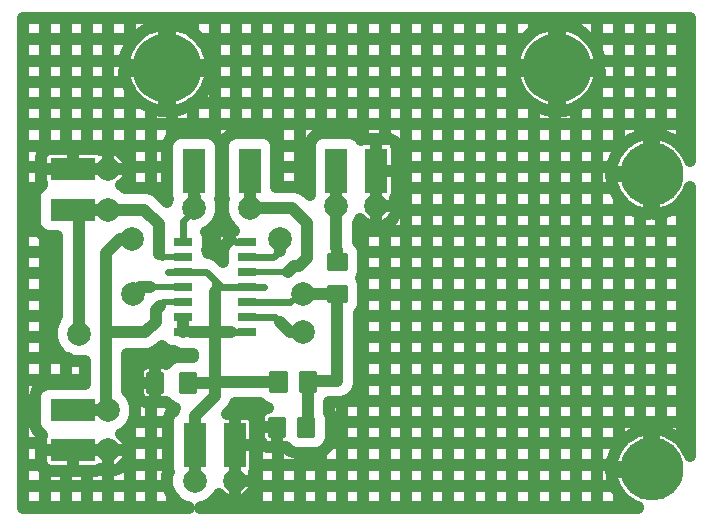
<source format=gbr>
G04 EAGLE Gerber RS-274X export*
G75*
%MOMM*%
%FSLAX34Y34*%
%LPD*%
%INTop Copper*%
%IPPOS*%
%AMOC8*
5,1,8,0,0,1.08239X$1,22.5*%
G01*
%ADD10C,0.300000*%
%ADD11R,1.525000X0.650000*%
%ADD12R,1.930400X3.810000*%
%ADD13C,2.000000*%
%ADD14C,5.842000*%
%ADD15R,3.810000X1.930400*%
%ADD16C,5.334000*%
%ADD17C,1.000000*%
%ADD18C,0.609600*%
%ADD19C,0.508000*%
%ADD20C,1.016000*%


D10*
X276500Y219870D02*
X276500Y231870D01*
X291500Y231870D01*
X291500Y219870D01*
X276500Y219870D01*
X276500Y222720D02*
X291500Y222720D01*
X291500Y225570D02*
X276500Y225570D01*
X276500Y228420D02*
X291500Y228420D01*
X291500Y231270D02*
X276500Y231270D01*
X276500Y204330D02*
X276500Y192330D01*
X276500Y204330D02*
X291500Y204330D01*
X291500Y192330D01*
X276500Y192330D01*
X276500Y195180D02*
X291500Y195180D01*
X291500Y198030D02*
X276500Y198030D01*
X276500Y200880D02*
X291500Y200880D01*
X291500Y203730D02*
X276500Y203730D01*
X163370Y130800D02*
X151370Y130800D01*
X163370Y130800D02*
X163370Y115800D01*
X151370Y115800D01*
X151370Y130800D01*
X151370Y118650D02*
X163370Y118650D01*
X163370Y121500D02*
X151370Y121500D01*
X151370Y124350D02*
X163370Y124350D01*
X163370Y127200D02*
X151370Y127200D01*
X151370Y130050D02*
X163370Y130050D01*
X135830Y130800D02*
X123830Y130800D01*
X135830Y130800D02*
X135830Y115800D01*
X123830Y115800D01*
X123830Y130800D01*
X123830Y118650D02*
X135830Y118650D01*
X135830Y121500D02*
X123830Y121500D01*
X123830Y124350D02*
X135830Y124350D01*
X135830Y127200D02*
X123830Y127200D01*
X123830Y130050D02*
X135830Y130050D01*
D11*
X207620Y166100D03*
X207620Y178800D03*
X207620Y191500D03*
X207620Y204200D03*
X207620Y216900D03*
X207620Y229600D03*
X207620Y242300D03*
X153380Y242300D03*
X153380Y229600D03*
X153380Y216900D03*
X153380Y204200D03*
X153380Y191500D03*
X153380Y178800D03*
X153380Y166100D03*
D12*
X317000Y303000D03*
X283000Y303000D03*
D13*
X317000Y273000D03*
X283000Y273000D03*
D10*
X265125Y131500D02*
X253125Y131500D01*
X265125Y131500D02*
X265125Y116500D01*
X253125Y116500D01*
X253125Y131500D01*
X253125Y119350D02*
X265125Y119350D01*
X265125Y122200D02*
X253125Y122200D01*
X253125Y125050D02*
X265125Y125050D01*
X265125Y127900D02*
X253125Y127900D01*
X253125Y130750D02*
X265125Y130750D01*
X240075Y131500D02*
X228075Y131500D01*
X240075Y131500D02*
X240075Y116500D01*
X228075Y116500D01*
X228075Y131500D01*
X228075Y119350D02*
X240075Y119350D01*
X240075Y122200D02*
X228075Y122200D01*
X228075Y125050D02*
X240075Y125050D01*
X240075Y127900D02*
X228075Y127900D01*
X228075Y130750D02*
X240075Y130750D01*
X238575Y78000D02*
X226575Y78000D01*
X226575Y93000D01*
X238575Y93000D01*
X238575Y78000D01*
X238575Y80850D02*
X226575Y80850D01*
X226575Y83700D02*
X238575Y83700D01*
X238575Y86550D02*
X226575Y86550D01*
X226575Y89400D02*
X238575Y89400D01*
X238575Y92250D02*
X226575Y92250D01*
X251625Y78000D02*
X263625Y78000D01*
X251625Y78000D02*
X251625Y93000D01*
X263625Y93000D01*
X263625Y78000D01*
X263625Y80850D02*
X251625Y80850D01*
X251625Y83700D02*
X263625Y83700D01*
X263625Y86550D02*
X251625Y86550D01*
X251625Y89400D02*
X263625Y89400D01*
X263625Y92250D02*
X251625Y92250D01*
D12*
X209700Y303000D03*
D13*
X209700Y271370D03*
D12*
X162600Y303000D03*
D13*
X162600Y271370D03*
D14*
X470000Y390000D03*
X140000Y390000D03*
D12*
X197000Y70500D03*
X163000Y70500D03*
D13*
X197000Y40500D03*
X163000Y40500D03*
D15*
X60000Y304000D03*
X60000Y270000D03*
D13*
X90000Y304000D03*
X90000Y270000D03*
D15*
X60000Y100000D03*
X60000Y66000D03*
D13*
X90000Y100000D03*
X90000Y66000D03*
D16*
X550000Y50000D03*
X550000Y300000D03*
D17*
X197000Y70500D02*
X197000Y58040D01*
X197000Y70500D02*
X197000Y70500D01*
X197000Y40500D01*
X197000Y40500D01*
X197000Y58040D01*
X317000Y290540D02*
X317000Y303000D01*
X317000Y303000D01*
X317000Y273000D01*
X317000Y273000D01*
X317000Y290540D01*
X72460Y304000D02*
X60000Y304000D01*
X60000Y304000D01*
X90000Y304000D01*
X90000Y304000D01*
X72460Y304000D01*
X60000Y48808D02*
X40207Y48808D01*
X60000Y48808D02*
X60000Y66000D01*
X60000Y66000D01*
X60000Y48808D01*
X79793Y48808D01*
X81249Y49098D01*
X82622Y49666D01*
X82996Y49916D01*
X84350Y49355D01*
X86571Y48760D01*
X88850Y48460D01*
X90000Y48460D01*
X90000Y66000D01*
X90000Y66000D01*
X90000Y48460D01*
X91150Y48460D01*
X93429Y48760D01*
X95650Y49355D01*
X97774Y50235D01*
X99766Y51385D01*
X101590Y52784D01*
X103216Y54410D01*
X104615Y56234D01*
X105765Y58226D01*
X106645Y60350D01*
X107240Y62571D01*
X107540Y64850D01*
X107540Y66000D01*
X90000Y66000D01*
X90000Y66000D01*
X107540Y66000D01*
X107540Y67150D01*
X107240Y69429D01*
X106645Y71650D01*
X105765Y73774D01*
X104615Y75766D01*
X103216Y77590D01*
X101590Y79216D01*
X101006Y79664D01*
X103028Y80502D01*
X109498Y86972D01*
X113000Y95425D01*
X113000Y104575D01*
X109498Y113028D01*
X106080Y116447D01*
X106080Y147920D01*
X124596Y147920D01*
X131241Y150673D01*
X135395Y154826D01*
X138391Y151829D01*
X143169Y149850D01*
X145366Y149850D01*
X149784Y148020D01*
X159662Y148020D01*
X159904Y147920D01*
X161920Y147920D01*
X161920Y145300D01*
X148486Y145300D01*
X143156Y143092D01*
X139237Y139173D01*
X138467Y139493D01*
X136720Y139840D01*
X129830Y139840D01*
X129830Y123300D01*
X129830Y123300D01*
X129830Y139840D01*
X122940Y139840D01*
X121193Y139493D01*
X119548Y138811D01*
X118067Y137822D01*
X116808Y136563D01*
X115819Y135082D01*
X115137Y133437D01*
X114790Y131690D01*
X114790Y123300D01*
X129830Y123300D01*
X129830Y123300D01*
X114790Y123300D01*
X114790Y114910D01*
X115137Y113163D01*
X115819Y111518D01*
X116808Y110037D01*
X118067Y108778D01*
X119548Y107789D01*
X121193Y107107D01*
X122940Y106760D01*
X129830Y106760D01*
X129830Y123300D01*
X129830Y123300D01*
X129830Y106760D01*
X136720Y106760D01*
X138467Y107107D01*
X139237Y107427D01*
X143156Y103508D01*
X146221Y102238D01*
X145210Y99797D01*
X142327Y96914D01*
X140348Y92136D01*
X140348Y48864D01*
X140959Y47390D01*
X140000Y45075D01*
X140000Y35925D01*
X143502Y27472D01*
X149972Y21002D01*
X158039Y17660D01*
X17660Y17660D01*
X17660Y432340D01*
X582340Y432340D01*
X582340Y311239D01*
X582249Y311539D01*
X580963Y314644D01*
X579378Y317609D01*
X577511Y320403D01*
X575378Y323002D01*
X573002Y325378D01*
X570403Y327511D01*
X567609Y329378D01*
X564644Y330963D01*
X561539Y332249D01*
X558322Y333225D01*
X555026Y333881D01*
X552000Y334179D01*
X552000Y302000D01*
X548000Y302000D01*
X548000Y334179D01*
X544974Y333881D01*
X541678Y333225D01*
X538461Y332249D01*
X535356Y330963D01*
X532391Y329378D01*
X529597Y327511D01*
X526998Y325378D01*
X524622Y323002D01*
X522489Y320403D01*
X520622Y317609D01*
X519037Y314644D01*
X517751Y311539D01*
X516775Y308322D01*
X516119Y305026D01*
X515821Y302000D01*
X548000Y302000D01*
X548000Y298000D01*
X515821Y298000D01*
X516119Y294974D01*
X516775Y291678D01*
X517751Y288461D01*
X519037Y285356D01*
X520622Y282391D01*
X522489Y279597D01*
X524622Y276998D01*
X526998Y274622D01*
X529597Y272489D01*
X532391Y270622D01*
X535356Y269037D01*
X538461Y267751D01*
X541678Y266775D01*
X544974Y266119D01*
X548000Y265821D01*
X548000Y298000D01*
X552000Y298000D01*
X552000Y265821D01*
X555026Y266119D01*
X558322Y266775D01*
X561539Y267751D01*
X564644Y269037D01*
X567609Y270622D01*
X570403Y272489D01*
X573002Y274622D01*
X575378Y276998D01*
X577511Y279597D01*
X579378Y282391D01*
X580963Y285356D01*
X582249Y288461D01*
X582340Y288761D01*
X582340Y61239D01*
X582249Y61539D01*
X580963Y64644D01*
X579378Y67609D01*
X577511Y70403D01*
X575378Y73002D01*
X573002Y75378D01*
X570403Y77511D01*
X567609Y79378D01*
X564644Y80963D01*
X561539Y82249D01*
X558322Y83225D01*
X555026Y83881D01*
X552000Y84179D01*
X552000Y52000D01*
X548000Y52000D01*
X548000Y84179D01*
X544974Y83881D01*
X541678Y83225D01*
X538461Y82249D01*
X535356Y80963D01*
X532391Y79378D01*
X529597Y77511D01*
X526998Y75378D01*
X524622Y73002D01*
X522489Y70403D01*
X520622Y67609D01*
X519037Y64644D01*
X517751Y61539D01*
X516775Y58322D01*
X516119Y55026D01*
X515821Y52000D01*
X548000Y52000D01*
X548000Y48000D01*
X515821Y48000D01*
X516119Y44974D01*
X516775Y41678D01*
X517751Y38461D01*
X519037Y35356D01*
X520622Y32391D01*
X522489Y29597D01*
X524622Y26998D01*
X526998Y24622D01*
X529597Y22489D01*
X532391Y20622D01*
X535356Y19037D01*
X538461Y17751D01*
X538761Y17660D01*
X167961Y17660D01*
X176028Y21002D01*
X182498Y27472D01*
X183336Y29494D01*
X183784Y28910D01*
X185410Y27284D01*
X187234Y25885D01*
X189226Y24735D01*
X191350Y23855D01*
X193571Y23260D01*
X195850Y22960D01*
X197000Y22960D01*
X197000Y40500D01*
X197000Y40500D01*
X197000Y22960D01*
X198150Y22960D01*
X200429Y23260D01*
X202650Y23855D01*
X204774Y24735D01*
X206766Y25885D01*
X208590Y27284D01*
X210216Y28910D01*
X211615Y30734D01*
X212765Y32726D01*
X213645Y34850D01*
X214240Y37071D01*
X214540Y39350D01*
X214540Y40500D01*
X197000Y40500D01*
X197000Y40500D01*
X214540Y40500D01*
X214540Y41650D01*
X214240Y43929D01*
X213645Y46150D01*
X213084Y47504D01*
X213334Y47878D01*
X213902Y49251D01*
X214192Y50707D01*
X214192Y70500D01*
X197000Y70500D01*
X197000Y70500D01*
X214192Y70500D01*
X214192Y90293D01*
X213902Y91749D01*
X213334Y93122D01*
X212509Y94356D01*
X211458Y95407D01*
X210224Y96232D01*
X208851Y96800D01*
X207395Y97090D01*
X197000Y97090D01*
X197000Y70500D01*
X197000Y70500D01*
X197000Y97090D01*
X190159Y97090D01*
X195327Y102259D01*
X196844Y105920D01*
X218149Y105920D01*
X219861Y104208D01*
X225191Y102000D01*
X225484Y102000D01*
X223938Y101693D01*
X222293Y101011D01*
X220812Y100022D01*
X219553Y98763D01*
X218564Y97282D01*
X217882Y95637D01*
X217535Y93890D01*
X217535Y85500D01*
X232575Y85500D01*
X232575Y85500D01*
X217535Y85500D01*
X217535Y77110D01*
X217882Y75363D01*
X218564Y73718D01*
X219553Y72237D01*
X220812Y70978D01*
X222293Y69989D01*
X223938Y69307D01*
X225685Y68960D01*
X232575Y68960D01*
X232575Y85500D01*
X232575Y85500D01*
X232575Y68960D01*
X239465Y68960D01*
X240044Y69075D01*
X243411Y65708D01*
X248741Y63500D01*
X266509Y63500D01*
X271839Y65708D01*
X275917Y69786D01*
X278125Y75116D01*
X278125Y95884D01*
X277205Y98105D01*
X277205Y106920D01*
X287596Y106920D01*
X294241Y109673D01*
X299327Y114759D01*
X302080Y121404D01*
X302080Y182404D01*
X303792Y184116D01*
X306000Y189446D01*
X306000Y207214D01*
X303976Y212100D01*
X306000Y216986D01*
X306000Y234754D01*
X303792Y240084D01*
X301080Y242796D01*
X301080Y258553D01*
X302498Y259972D01*
X303336Y261994D01*
X303784Y261410D01*
X305410Y259784D01*
X307234Y258385D01*
X309226Y257235D01*
X311350Y256355D01*
X313571Y255760D01*
X315850Y255460D01*
X317000Y255460D01*
X317000Y273000D01*
X317000Y273000D01*
X317000Y255460D01*
X318150Y255460D01*
X320429Y255760D01*
X322650Y256355D01*
X324774Y257235D01*
X326766Y258385D01*
X328590Y259784D01*
X330216Y261410D01*
X331615Y263234D01*
X332765Y265226D01*
X333645Y267350D01*
X334240Y269571D01*
X334540Y271850D01*
X334540Y273000D01*
X317000Y273000D01*
X317000Y273000D01*
X334540Y273000D01*
X334540Y274150D01*
X334240Y276429D01*
X333645Y278650D01*
X333084Y280004D01*
X333334Y280378D01*
X333902Y281751D01*
X334192Y283207D01*
X334192Y303000D01*
X317000Y303000D01*
X317000Y303000D01*
X334192Y303000D01*
X334192Y322793D01*
X333902Y324249D01*
X333334Y325622D01*
X332509Y326856D01*
X331458Y327907D01*
X330224Y328732D01*
X328851Y329300D01*
X327395Y329590D01*
X317000Y329590D01*
X317000Y303000D01*
X317000Y303000D01*
X317000Y329590D01*
X306605Y329590D01*
X305149Y329300D01*
X303929Y328795D01*
X303673Y329414D01*
X300016Y333071D01*
X295238Y335050D01*
X270762Y335050D01*
X265984Y333071D01*
X262327Y329414D01*
X260348Y324636D01*
X260348Y282108D01*
X255826Y286630D01*
X249210Y289370D01*
X232352Y289370D01*
X232352Y324636D01*
X230373Y329414D01*
X226716Y333071D01*
X221938Y335050D01*
X197462Y335050D01*
X192684Y333071D01*
X189027Y329414D01*
X187048Y324636D01*
X187048Y281364D01*
X187996Y279075D01*
X186700Y275945D01*
X186700Y266795D01*
X190202Y258342D01*
X196356Y252187D01*
X195189Y251407D01*
X194138Y250356D01*
X193313Y249122D01*
X192745Y247749D01*
X192455Y246293D01*
X192455Y243695D01*
X188974Y240214D01*
X186995Y235436D01*
X186995Y225700D01*
X182190Y230505D01*
X176292Y232948D01*
X174005Y232948D01*
X174005Y235436D01*
X173792Y235950D01*
X174005Y236464D01*
X174005Y248136D01*
X172922Y250750D01*
X175628Y251872D01*
X182098Y258342D01*
X185600Y266795D01*
X185600Y275945D01*
X184304Y279075D01*
X185252Y281364D01*
X185252Y324636D01*
X183273Y329414D01*
X179616Y333071D01*
X174838Y335050D01*
X150362Y335050D01*
X145584Y333071D01*
X141927Y329414D01*
X139948Y324636D01*
X139948Y281364D01*
X140896Y279075D01*
X139607Y275962D01*
X130241Y285327D01*
X123596Y288080D01*
X104447Y288080D01*
X103028Y289498D01*
X101006Y290336D01*
X101590Y290784D01*
X103216Y292410D01*
X104615Y294234D01*
X105765Y296226D01*
X106645Y298350D01*
X107240Y300571D01*
X107540Y302850D01*
X107540Y304000D01*
X90000Y304000D01*
X90000Y304000D01*
X107540Y304000D01*
X107540Y305150D01*
X107240Y307429D01*
X106645Y309650D01*
X105765Y311774D01*
X104615Y313766D01*
X103216Y315590D01*
X101590Y317216D01*
X99766Y318615D01*
X97774Y319765D01*
X95650Y320645D01*
X93429Y321240D01*
X91150Y321540D01*
X90000Y321540D01*
X90000Y304000D01*
X90000Y304000D01*
X90000Y321540D01*
X88850Y321540D01*
X86571Y321240D01*
X84350Y320645D01*
X82996Y320084D01*
X82622Y320334D01*
X81249Y320902D01*
X79793Y321192D01*
X60000Y321192D01*
X60000Y304000D01*
X60000Y304000D01*
X60000Y321192D01*
X40207Y321192D01*
X38751Y320902D01*
X37378Y320334D01*
X36144Y319509D01*
X35093Y318458D01*
X34268Y317224D01*
X33700Y315851D01*
X33410Y314395D01*
X33410Y304000D01*
X60000Y304000D01*
X60000Y304000D01*
X33410Y304000D01*
X33410Y293605D01*
X33700Y292149D01*
X34205Y290929D01*
X33586Y290673D01*
X29929Y287016D01*
X27950Y282238D01*
X27950Y257762D01*
X29929Y252984D01*
X33586Y249327D01*
X38364Y247348D01*
X46920Y247348D01*
X46920Y179447D01*
X45502Y178028D01*
X42000Y169575D01*
X42000Y160425D01*
X45502Y151972D01*
X51972Y145502D01*
X60425Y142000D01*
X69575Y142000D01*
X69920Y142143D01*
X69920Y122652D01*
X38364Y122652D01*
X33586Y120673D01*
X29929Y117016D01*
X27950Y112238D01*
X27950Y87762D01*
X29929Y82984D01*
X33586Y79327D01*
X34205Y79071D01*
X33700Y77851D01*
X33410Y76395D01*
X33410Y66000D01*
X60000Y66000D01*
X60000Y66000D01*
X33410Y66000D01*
X33410Y55605D01*
X33700Y54149D01*
X34268Y52776D01*
X35093Y51542D01*
X36144Y50491D01*
X37378Y49666D01*
X38751Y49098D01*
X40207Y48808D01*
X472500Y392500D02*
X472500Y426682D01*
X472500Y392500D02*
X467500Y392500D01*
X467500Y426682D01*
X464601Y426396D01*
X461060Y425692D01*
X457604Y424643D01*
X454268Y423262D01*
X451084Y421560D01*
X448082Y419553D01*
X445290Y417263D01*
X442737Y414710D01*
X440447Y411918D01*
X438440Y408916D01*
X436738Y405732D01*
X435357Y402396D01*
X434308Y398940D01*
X433604Y395399D01*
X433318Y392500D01*
X467500Y392500D01*
X467500Y387500D01*
X433318Y387500D01*
X433604Y384601D01*
X434308Y381060D01*
X435357Y377604D01*
X436738Y374268D01*
X438440Y371084D01*
X440447Y368082D01*
X442737Y365290D01*
X445290Y362737D01*
X448082Y360447D01*
X451084Y358440D01*
X454268Y356738D01*
X457604Y355357D01*
X461060Y354308D01*
X464601Y353604D01*
X467500Y353318D01*
X467500Y387500D01*
X472500Y387500D01*
X472500Y353318D01*
X475399Y353604D01*
X478940Y354308D01*
X482396Y355357D01*
X485732Y356738D01*
X488916Y358440D01*
X491918Y360447D01*
X494710Y362737D01*
X497263Y365290D01*
X499553Y368082D01*
X501560Y371084D01*
X503262Y374268D01*
X504643Y377604D01*
X505692Y381060D01*
X506396Y384601D01*
X506682Y387500D01*
X472500Y387500D01*
X472500Y392500D01*
X506682Y392500D01*
X506396Y395399D01*
X505692Y398940D01*
X504643Y402396D01*
X503262Y405732D01*
X501560Y408916D01*
X499553Y411918D01*
X497263Y414710D01*
X494710Y417263D01*
X491918Y419553D01*
X488916Y421560D01*
X485732Y423262D01*
X482396Y424643D01*
X478940Y425692D01*
X475399Y426396D01*
X472500Y426682D01*
X142500Y426682D02*
X142500Y392500D01*
X137500Y392500D01*
X137500Y426682D01*
X134601Y426396D01*
X131060Y425692D01*
X127604Y424643D01*
X124268Y423262D01*
X121084Y421560D01*
X118082Y419553D01*
X115290Y417263D01*
X112737Y414710D01*
X110447Y411918D01*
X108440Y408916D01*
X106738Y405732D01*
X105357Y402396D01*
X104308Y398940D01*
X103604Y395399D01*
X103318Y392500D01*
X137500Y392500D01*
X137500Y387500D01*
X103318Y387500D01*
X103604Y384601D01*
X104308Y381060D01*
X105357Y377604D01*
X106738Y374268D01*
X108440Y371084D01*
X110447Y368082D01*
X112737Y365290D01*
X115290Y362737D01*
X118082Y360447D01*
X121084Y358440D01*
X124268Y356738D01*
X127604Y355357D01*
X131060Y354308D01*
X134601Y353604D01*
X137500Y353318D01*
X137500Y387500D01*
X142500Y387500D01*
X142500Y353318D01*
X145399Y353604D01*
X148940Y354308D01*
X152396Y355357D01*
X155732Y356738D01*
X158916Y358440D01*
X161918Y360447D01*
X164710Y362737D01*
X167263Y365290D01*
X169553Y368082D01*
X171560Y371084D01*
X173262Y374268D01*
X174643Y377604D01*
X175692Y381060D01*
X176396Y384601D01*
X176682Y387500D01*
X142500Y387500D01*
X142500Y392500D01*
X176682Y392500D01*
X176396Y395399D01*
X175692Y398940D01*
X174643Y402396D01*
X173262Y405732D01*
X171560Y408916D01*
X169553Y411918D01*
X167263Y414710D01*
X164710Y417263D01*
X161918Y419553D01*
X158916Y421560D01*
X155732Y423262D01*
X152396Y424643D01*
X148940Y425692D01*
X145399Y426396D01*
X142500Y426682D01*
X72460Y66000D02*
X60000Y66000D01*
X60000Y66000D01*
X90000Y66000D01*
X90000Y66000D01*
X72460Y66000D01*
X17660Y18000D02*
X157218Y18000D01*
X168782Y18000D02*
X537860Y18000D01*
X140000Y36000D02*
X17660Y36000D01*
X197000Y36000D02*
X197000Y36000D01*
X213953Y36000D02*
X518770Y36000D01*
X33761Y54000D02*
X17660Y54000D01*
X60000Y54000D02*
X60000Y54000D01*
X90000Y54000D02*
X90000Y54000D01*
X102805Y54000D02*
X140348Y54000D01*
X197000Y54000D02*
X197000Y54000D01*
X214192Y54000D02*
X516018Y54000D01*
X548000Y54000D02*
X552000Y54000D01*
X33410Y72000D02*
X17660Y72000D01*
X106500Y72000D02*
X140348Y72000D01*
X197000Y72000D02*
X197000Y72000D01*
X214192Y72000D02*
X219790Y72000D01*
X232575Y72000D02*
X232575Y72000D01*
X276834Y72000D02*
X523799Y72000D01*
X548000Y72000D02*
X552000Y72000D01*
X576201Y72000D02*
X582340Y72000D01*
X27950Y90000D02*
X17660Y90000D01*
X110753Y90000D02*
X140348Y90000D01*
X197000Y90000D02*
X197000Y90000D01*
X214192Y90000D02*
X217535Y90000D01*
X278125Y90000D02*
X582340Y90000D01*
X27950Y108000D02*
X17660Y108000D01*
X111581Y108000D02*
X119232Y108000D01*
X129830Y108000D02*
X129830Y108000D01*
X290204Y108000D02*
X582340Y108000D01*
X69920Y126000D02*
X17660Y126000D01*
X106080Y126000D02*
X114790Y126000D01*
X129830Y126000D02*
X129830Y126000D01*
X302080Y126000D02*
X582340Y126000D01*
X55597Y144000D02*
X17660Y144000D01*
X106080Y144000D02*
X145347Y144000D01*
X302080Y144000D02*
X582340Y144000D01*
X42000Y162000D02*
X17660Y162000D01*
X302080Y162000D02*
X582340Y162000D01*
X46920Y180000D02*
X17660Y180000D01*
X302080Y180000D02*
X582340Y180000D01*
X46920Y198000D02*
X17660Y198000D01*
X306000Y198000D02*
X582340Y198000D01*
X46920Y216000D02*
X17660Y216000D01*
X305592Y216000D02*
X582340Y216000D01*
X46920Y234000D02*
X17660Y234000D01*
X174005Y234000D02*
X186995Y234000D01*
X306000Y234000D02*
X582340Y234000D01*
X30913Y252000D02*
X17660Y252000D01*
X175757Y252000D02*
X196077Y252000D01*
X301080Y252000D02*
X582340Y252000D01*
X27950Y270000D02*
X17660Y270000D01*
X185600Y270000D02*
X186700Y270000D01*
X317000Y270000D02*
X317000Y270000D01*
X334296Y270000D02*
X533554Y270000D01*
X548000Y270000D02*
X552000Y270000D01*
X566446Y270000D02*
X582340Y270000D01*
X30913Y288000D02*
X17660Y288000D01*
X123789Y288000D02*
X139948Y288000D01*
X185252Y288000D02*
X187048Y288000D01*
X252518Y288000D02*
X260348Y288000D01*
X317000Y288000D02*
X317000Y288000D01*
X334192Y288000D02*
X517942Y288000D01*
X548000Y288000D02*
X552000Y288000D01*
X582058Y288000D02*
X582340Y288000D01*
X33410Y306000D02*
X17660Y306000D01*
X60000Y306000D02*
X60000Y306000D01*
X90000Y306000D02*
X90000Y306000D01*
X107428Y306000D02*
X139948Y306000D01*
X185252Y306000D02*
X187048Y306000D01*
X232352Y306000D02*
X260348Y306000D01*
X317000Y306000D02*
X317000Y306000D01*
X334192Y306000D02*
X516313Y306000D01*
X548000Y306000D02*
X552000Y306000D01*
X139948Y324000D02*
X17660Y324000D01*
X185252Y324000D02*
X187048Y324000D01*
X232352Y324000D02*
X260348Y324000D01*
X317000Y324000D02*
X317000Y324000D01*
X333952Y324000D02*
X525620Y324000D01*
X548000Y324000D02*
X552000Y324000D01*
X574380Y324000D02*
X582340Y324000D01*
X582340Y342000D02*
X17660Y342000D01*
X17660Y360000D02*
X118750Y360000D01*
X137500Y360000D02*
X142500Y360000D01*
X161250Y360000D02*
X448750Y360000D01*
X467500Y360000D02*
X472500Y360000D01*
X491250Y360000D02*
X582340Y360000D01*
X105237Y378000D02*
X17660Y378000D01*
X137500Y378000D02*
X142500Y378000D01*
X174763Y378000D02*
X435237Y378000D01*
X467500Y378000D02*
X472500Y378000D01*
X504763Y378000D02*
X582340Y378000D01*
X103724Y396000D02*
X17660Y396000D01*
X137500Y396000D02*
X142500Y396000D01*
X176276Y396000D02*
X433724Y396000D01*
X467500Y396000D02*
X472500Y396000D01*
X506276Y396000D02*
X582340Y396000D01*
X112155Y414000D02*
X17660Y414000D01*
X137500Y414000D02*
X142500Y414000D01*
X167845Y414000D02*
X442155Y414000D01*
X467500Y414000D02*
X472500Y414000D01*
X497845Y414000D02*
X582340Y414000D01*
X582340Y432000D02*
X17660Y432000D01*
X18000Y432340D02*
X18000Y17660D01*
X36000Y17660D02*
X36000Y50635D01*
X36000Y66000D02*
X36000Y66000D01*
X36000Y121673D02*
X36000Y248327D01*
X36000Y304000D02*
X36000Y304000D01*
X36000Y319365D02*
X36000Y432340D01*
X54000Y48808D02*
X54000Y17660D01*
X54000Y66000D02*
X54000Y66000D01*
X54000Y122652D02*
X54000Y144661D01*
X54000Y304000D02*
X54000Y304000D01*
X54000Y321192D02*
X54000Y432340D01*
X72000Y48808D02*
X72000Y17660D01*
X72000Y66000D02*
X72000Y66000D01*
X72000Y304000D02*
X72000Y304000D01*
X72000Y321192D02*
X72000Y432340D01*
X90000Y66000D02*
X90000Y17660D01*
X90000Y304000D02*
X90000Y432340D01*
X108000Y85473D02*
X108000Y17660D01*
X108000Y114527D02*
X108000Y147920D01*
X108000Y288080D02*
X108000Y371908D01*
X108000Y387500D02*
X108000Y392500D01*
X108000Y408092D02*
X108000Y432340D01*
X126000Y106760D02*
X126000Y17660D01*
X126000Y123300D02*
X126000Y123300D01*
X126000Y139840D02*
X126000Y148501D01*
X126000Y287084D02*
X126000Y356021D01*
X126000Y387500D02*
X126000Y392500D01*
X126000Y423979D02*
X126000Y432340D01*
X144000Y26973D02*
X144000Y17660D01*
X144000Y98587D02*
X144000Y103158D01*
X144000Y143442D02*
X144000Y149850D01*
X144000Y331487D02*
X144000Y353466D01*
X144000Y387500D02*
X144000Y392500D01*
X144000Y426534D02*
X144000Y432340D01*
X162000Y360514D02*
X162000Y335050D01*
X162000Y387500D02*
X162000Y392500D01*
X162000Y419486D02*
X162000Y432340D01*
X180000Y24973D02*
X180000Y17660D01*
X180000Y231412D02*
X180000Y256243D01*
X180000Y332687D02*
X180000Y432340D01*
X198000Y22960D02*
X198000Y17660D01*
X198000Y40500D02*
X198000Y40500D01*
X198000Y70500D02*
X198000Y70500D01*
X198000Y97090D02*
X198000Y105920D01*
X198000Y335050D02*
X198000Y432340D01*
X216000Y105920D02*
X216000Y17660D01*
X216000Y335050D02*
X216000Y432340D01*
X234000Y68960D02*
X234000Y17660D01*
X234000Y289370D02*
X234000Y432340D01*
X252000Y63500D02*
X252000Y17660D01*
X252000Y288214D02*
X252000Y432340D01*
X270000Y64946D02*
X270000Y17660D01*
X270000Y334734D02*
X270000Y432340D01*
X288000Y107087D02*
X288000Y17660D01*
X288000Y335050D02*
X288000Y432340D01*
X306000Y259332D02*
X306000Y17660D01*
X306000Y329470D02*
X306000Y432340D01*
X324000Y256914D02*
X324000Y17660D01*
X324000Y273000D02*
X324000Y273000D01*
X324000Y303000D02*
X324000Y303000D01*
X324000Y329590D02*
X324000Y432340D01*
X342000Y432340D02*
X342000Y17660D01*
X360000Y17660D02*
X360000Y432340D01*
X378000Y432340D02*
X378000Y17660D01*
X396000Y17660D02*
X396000Y432340D01*
X414000Y432340D02*
X414000Y17660D01*
X432000Y17660D02*
X432000Y432340D01*
X450000Y359165D02*
X450000Y17660D01*
X450000Y387500D02*
X450000Y392500D01*
X450000Y420835D02*
X450000Y432340D01*
X468000Y387500D02*
X468000Y17660D01*
X468000Y392500D02*
X468000Y432340D01*
X486000Y356882D02*
X486000Y17660D01*
X486000Y387500D02*
X486000Y392500D01*
X486000Y423118D02*
X486000Y432340D01*
X504000Y376051D02*
X504000Y17660D01*
X504000Y387500D02*
X504000Y392500D01*
X504000Y403949D02*
X504000Y432340D01*
X522000Y30329D02*
X522000Y17660D01*
X522000Y48000D02*
X522000Y52000D01*
X522000Y69671D02*
X522000Y280329D01*
X522000Y298000D02*
X522000Y302000D01*
X522000Y319671D02*
X522000Y432340D01*
X540000Y52000D02*
X540000Y48000D01*
X540000Y82716D02*
X540000Y267284D01*
X540000Y298000D02*
X540000Y302000D01*
X540000Y332716D02*
X540000Y432340D01*
X558000Y266711D02*
X558000Y83289D01*
X558000Y333289D02*
X558000Y432340D01*
X576000Y277756D02*
X576000Y72244D01*
X576000Y322244D02*
X576000Y432340D01*
D18*
X207620Y242300D02*
X197700Y242300D01*
X185000Y255000D01*
D19*
X153380Y170000D02*
X153380Y166100D01*
X153380Y175000D02*
X153380Y178800D01*
X205000Y166100D02*
X207620Y166100D01*
D18*
X205000Y166100D01*
X173100Y216900D02*
X153380Y216900D01*
X185800Y204200D02*
X207620Y204200D01*
X180000Y210000D02*
X173100Y216900D01*
X180000Y210000D02*
X185800Y204200D01*
X180000Y170000D02*
X180000Y166100D01*
D20*
X180000Y170000D02*
X180000Y200000D01*
D18*
X180000Y210000D01*
X160000Y166100D02*
X155000Y166100D01*
X153380Y166100D01*
X163400Y166100D02*
X163500Y166000D01*
D20*
X179900Y166000D01*
X180000Y166100D01*
X180100Y166000D01*
X194000Y166000D01*
D18*
X207520Y166000D02*
X207620Y166100D01*
D20*
X153380Y166100D02*
X153380Y175000D01*
X153380Y166100D01*
X153380Y175000D01*
X160000Y166100D02*
X163400Y166100D01*
X233575Y124500D02*
X234075Y124000D01*
D18*
X207620Y166000D02*
X207620Y166100D01*
X207620Y166000D02*
X194000Y166000D01*
D20*
X180000Y166100D02*
X180000Y120000D01*
X180000Y112500D01*
X163000Y95500D01*
X163000Y70500D01*
X184000Y124000D02*
X234075Y124000D01*
X184000Y124000D02*
X180000Y120000D01*
X183300Y123300D02*
X157370Y123300D01*
X183300Y123300D02*
X184000Y124000D01*
X163000Y70500D02*
X163000Y40500D01*
D18*
X153380Y216900D02*
X140500Y216900D01*
X140500Y217000D01*
X207620Y204200D02*
X221500Y204200D01*
X221500Y204000D01*
D13*
X255000Y198250D03*
X111000Y198500D03*
D18*
X207620Y191500D02*
X244000Y191500D01*
D19*
X255000Y198250D01*
X153380Y204200D02*
X125200Y204200D01*
X125000Y204000D01*
D17*
X116500Y204000D01*
X111000Y198500D01*
D20*
X250800Y198300D02*
X255000Y198250D01*
X255080Y198330D02*
X284000Y198330D01*
X255080Y198330D02*
X255000Y198250D01*
X284000Y198330D02*
X284000Y125000D01*
X260125Y125000D02*
X259125Y124000D01*
X260125Y125000D02*
X284000Y125000D01*
X259125Y87000D02*
X257625Y85500D01*
X259125Y87000D02*
X259125Y124000D01*
D19*
X153380Y229600D02*
X135400Y229600D01*
D18*
X132500Y232500D01*
D17*
X132500Y257500D01*
D18*
X207620Y178800D02*
X226200Y178800D01*
D13*
X255000Y166000D03*
X65000Y165000D03*
D18*
X226200Y178800D02*
X231200Y178800D01*
X235000Y175000D01*
D20*
X244000Y166000D01*
X255000Y166000D01*
X120000Y270000D02*
X90000Y270000D01*
X65000Y270000D02*
X65000Y165000D01*
X65000Y270000D02*
X90000Y270000D01*
X120000Y270000D02*
X132500Y257500D01*
D18*
X207620Y229600D02*
X229600Y229600D01*
D13*
X235000Y245000D03*
X110000Y245000D03*
D19*
X136500Y191500D02*
X153380Y191500D01*
X136500Y191500D02*
X133500Y188500D01*
D20*
X235000Y235000D02*
X235000Y245000D01*
D18*
X235000Y235000D02*
X229600Y229600D01*
D20*
X110000Y245000D02*
X100000Y245000D01*
X88000Y233000D01*
X90000Y100000D02*
X60000Y100000D01*
X130000Y185000D02*
X133500Y188500D01*
X130000Y185000D02*
X130000Y175000D01*
X121000Y166000D01*
X88000Y166000D02*
X88000Y233000D01*
X88000Y166000D02*
X121000Y166000D01*
X90000Y100000D02*
X88000Y100000D01*
X88000Y166000D01*
D19*
X207620Y216900D02*
X241900Y216900D01*
D20*
X209700Y271370D02*
X209700Y303000D01*
D17*
X246900Y221900D02*
X251400Y221900D01*
X246900Y221900D02*
X241900Y216900D01*
X251400Y221900D02*
X258500Y229000D01*
X245630Y271370D02*
X209700Y271370D01*
X258500Y258500D02*
X258500Y229000D01*
X258500Y258500D02*
X245630Y271370D01*
D20*
X162600Y271370D02*
X162600Y303000D01*
D19*
X163380Y280590D02*
X163380Y272150D01*
X162600Y271370D01*
D18*
X153380Y260380D02*
X153380Y242300D01*
X153380Y260380D02*
X163500Y270500D01*
D20*
X163500Y280470D01*
X163380Y280590D01*
X283000Y273000D02*
X283000Y303000D01*
X284000Y236000D02*
X284000Y225870D01*
X283000Y237000D02*
X283000Y273000D01*
X283000Y237000D02*
X284000Y236000D01*
M02*

</source>
